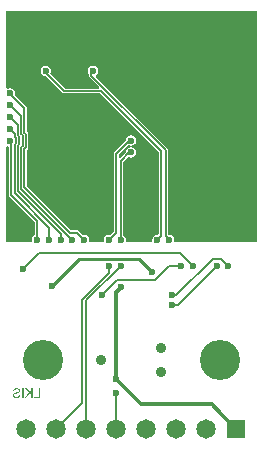
<source format=gbl>
G04*
G04 #@! TF.GenerationSoftware,Altium Limited,Altium Designer,21.6.4 (81)*
G04*
G04 Layer_Physical_Order=4*
G04 Layer_Color=16711680*
%FSLAX44Y44*%
%MOMM*%
G71*
G04*
G04 #@! TF.SameCoordinates,2E20B190-24BC-4988-8018-A0B7A5D4220C*
G04*
G04*
G04 #@! TF.FilePolarity,Positive*
G04*
G01*
G75*
%ADD11C,0.2540*%
%ADD42C,0.1520*%
%ADD43C,0.3500*%
%ADD44C,3.4000*%
%ADD45C,1.6500*%
%ADD46R,1.6500X1.6500*%
%ADD47C,0.9000*%
%ADD48C,0.6000*%
G36*
X215922Y200000D02*
X147210D01*
X146208Y201270D01*
X146354Y202000D01*
X146022Y203666D01*
X145078Y205079D01*
X143666Y206022D01*
X142000Y206354D01*
X141070Y207117D01*
Y278000D01*
X140912Y278792D01*
X140463Y279464D01*
X79952Y339975D01*
X80113Y341610D01*
X80578Y341922D01*
X81522Y343334D01*
X81854Y345000D01*
X81522Y346666D01*
X80578Y348078D01*
X79166Y349022D01*
X77500Y349354D01*
X75834Y349022D01*
X74422Y348078D01*
X73478Y346666D01*
X73146Y345000D01*
X73478Y343334D01*
X73930Y342657D01*
Y341000D01*
X74088Y340208D01*
X74536Y339537D01*
X82699Y331374D01*
X82173Y330104D01*
X54111D01*
X41265Y342949D01*
X41522Y343334D01*
X41854Y345000D01*
X41522Y346666D01*
X40578Y348078D01*
X39166Y349022D01*
X37500Y349354D01*
X35834Y349022D01*
X34422Y348078D01*
X33478Y346666D01*
X33146Y345000D01*
X33478Y343334D01*
X34422Y341922D01*
X35834Y340978D01*
X37500Y340646D01*
X37679Y340682D01*
X51790Y326570D01*
X52462Y326122D01*
X53254Y325964D01*
X83109D01*
X132930Y276143D01*
Y207117D01*
X132000Y206354D01*
X130334Y206022D01*
X128921Y205079D01*
X127978Y203666D01*
X127646Y202000D01*
X127792Y201270D01*
X126790Y200000D01*
X106210D01*
X105208Y201270D01*
X105354Y202000D01*
X105022Y203666D01*
X104079Y205079D01*
X103070Y205753D01*
Y268143D01*
X107277Y272350D01*
X107834Y271978D01*
X109500Y271646D01*
X111166Y271978D01*
X112578Y272922D01*
X113522Y274334D01*
X113854Y276000D01*
X113522Y277666D01*
X112578Y279078D01*
X111166Y280022D01*
X109500Y280354D01*
X107834Y280022D01*
X106421Y279078D01*
X105478Y277666D01*
X105165Y276092D01*
X100340Y271267D01*
X99070Y271793D01*
Y274143D01*
X107277Y282350D01*
X107834Y281978D01*
X109500Y281646D01*
X111166Y281978D01*
X112578Y282922D01*
X113522Y284334D01*
X113854Y286000D01*
X113522Y287666D01*
X112578Y289078D01*
X111166Y290022D01*
X109500Y290354D01*
X107834Y290022D01*
X106421Y289078D01*
X105478Y287666D01*
X105165Y286092D01*
X95536Y276464D01*
X95088Y275792D01*
X94930Y275000D01*
Y208857D01*
X92190Y206117D01*
X91000Y206354D01*
X89334Y206022D01*
X87921Y205079D01*
X86978Y203666D01*
X86646Y202000D01*
X86792Y201270D01*
X85790Y200000D01*
X75210D01*
X74208Y201270D01*
X74354Y202000D01*
X74022Y203666D01*
X73078Y205079D01*
X71666Y206022D01*
X70000Y206354D01*
X68810Y206117D01*
X65464Y209464D01*
X64792Y209912D01*
X64000Y210070D01*
X59156D01*
X21440Y247787D01*
Y278312D01*
X22114Y278986D01*
X22562Y279657D01*
X22720Y280450D01*
Y291550D01*
X22562Y292342D01*
X22114Y293014D01*
X21440Y293688D01*
Y313630D01*
X21282Y314422D01*
X20834Y315093D01*
X11326Y324602D01*
X11604Y326000D01*
X11272Y327666D01*
X10329Y329078D01*
X8916Y330022D01*
X7250Y330354D01*
X5584Y330022D01*
X5348Y329865D01*
X4078Y330544D01*
Y395922D01*
X215922D01*
Y200000D01*
D02*
G37*
G36*
X5930Y281006D02*
Y240000D01*
X6088Y239208D01*
X6536Y238536D01*
X27930Y217143D01*
Y205753D01*
X26922Y205079D01*
X25978Y203666D01*
X25646Y202000D01*
X25792Y201270D01*
X24790Y200000D01*
X4078D01*
X4078Y280636D01*
X5348Y281355D01*
X5930Y281006D01*
D02*
G37*
G36*
X26397Y68135D02*
X25323D01*
Y70951D01*
X23997Y72230D01*
X21105Y68135D01*
X19684D01*
X23246Y72958D01*
X19831Y76255D01*
X21292D01*
X25323Y72224D01*
Y76255D01*
X26397D01*
Y68135D01*
D02*
G37*
G36*
X32704D02*
X27635D01*
Y69091D01*
X31631D01*
Y76255D01*
X32704D01*
Y68135D01*
D02*
G37*
G36*
X18611D02*
X17537D01*
Y76255D01*
X18611D01*
Y68135D01*
D02*
G37*
G36*
X12996Y76390D02*
X13142Y76385D01*
X13283Y76373D01*
X13424Y76355D01*
X13553Y76332D01*
X13676Y76308D01*
X13788Y76285D01*
X13893Y76255D01*
X13993Y76232D01*
X14081Y76203D01*
X14152Y76179D01*
X14216Y76161D01*
X14269Y76138D01*
X14304Y76126D01*
X14328Y76121D01*
X14333Y76115D01*
X14457Y76062D01*
X14568Y76003D01*
X14674Y75939D01*
X14773Y75874D01*
X14867Y75804D01*
X14950Y75739D01*
X15026Y75669D01*
X15090Y75604D01*
X15149Y75546D01*
X15202Y75487D01*
X15249Y75440D01*
X15284Y75393D01*
X15313Y75358D01*
X15331Y75328D01*
X15343Y75311D01*
X15349Y75305D01*
X15407Y75205D01*
X15460Y75100D01*
X15507Y75000D01*
X15548Y74900D01*
X15583Y74800D01*
X15613Y74706D01*
X15630Y74618D01*
X15654Y74530D01*
X15665Y74448D01*
X15677Y74378D01*
X15683Y74313D01*
X15689Y74261D01*
X15695Y74214D01*
Y74184D01*
Y74161D01*
Y74155D01*
X15689Y74049D01*
X15683Y73949D01*
X15648Y73762D01*
X15607Y73592D01*
X15577Y73515D01*
X15554Y73439D01*
X15525Y73375D01*
X15501Y73316D01*
X15478Y73269D01*
X15454Y73228D01*
X15437Y73193D01*
X15425Y73169D01*
X15419Y73152D01*
X15413Y73146D01*
X15354Y73064D01*
X15296Y72981D01*
X15155Y72835D01*
X15014Y72706D01*
X14873Y72600D01*
X14803Y72553D01*
X14744Y72512D01*
X14685Y72471D01*
X14639Y72442D01*
X14598Y72418D01*
X14568Y72400D01*
X14551Y72395D01*
X14545Y72389D01*
X14451Y72342D01*
X14351Y72301D01*
X14234Y72254D01*
X14110Y72207D01*
X13852Y72119D01*
X13594Y72043D01*
X13477Y72007D01*
X13360Y71978D01*
X13254Y71949D01*
X13166Y71925D01*
X13090Y71908D01*
X13031Y71890D01*
X13013Y71884D01*
X12996D01*
X12990Y71878D01*
X12984D01*
X12785Y71831D01*
X12603Y71785D01*
X12432Y71743D01*
X12286Y71702D01*
X12151Y71667D01*
X12033Y71638D01*
X11934Y71608D01*
X11840Y71579D01*
X11764Y71556D01*
X11699Y71538D01*
X11652Y71520D01*
X11611Y71509D01*
X11576Y71497D01*
X11558Y71491D01*
X11546Y71485D01*
X11541D01*
X11447Y71444D01*
X11365Y71409D01*
X11282Y71368D01*
X11212Y71327D01*
X11142Y71286D01*
X11083Y71245D01*
X11030Y71204D01*
X10983Y71168D01*
X10942Y71133D01*
X10907Y71098D01*
X10848Y71045D01*
X10819Y71010D01*
X10807Y71004D01*
Y70998D01*
X10731Y70887D01*
X10672Y70775D01*
X10631Y70664D01*
X10608Y70564D01*
X10590Y70470D01*
X10584Y70435D01*
Y70400D01*
X10578Y70370D01*
Y70353D01*
Y70341D01*
Y70335D01*
X10590Y70200D01*
X10613Y70065D01*
X10655Y69948D01*
X10696Y69848D01*
X10737Y69760D01*
X10760Y69725D01*
X10778Y69696D01*
X10790Y69672D01*
X10801Y69655D01*
X10813Y69643D01*
Y69637D01*
X10907Y69525D01*
X11018Y69426D01*
X11136Y69338D01*
X11247Y69267D01*
X11353Y69215D01*
X11394Y69191D01*
X11435Y69173D01*
X11464Y69156D01*
X11488Y69144D01*
X11505Y69138D01*
X11511D01*
X11693Y69080D01*
X11875Y69033D01*
X12057Y69003D01*
X12227Y68980D01*
X12303Y68974D01*
X12374Y68968D01*
X12432Y68962D01*
X12485D01*
X12532Y68956D01*
X12591D01*
X12843Y68968D01*
X13078Y68992D01*
X13189Y69015D01*
X13289Y69033D01*
X13389Y69056D01*
X13477Y69080D01*
X13553Y69097D01*
X13629Y69121D01*
X13688Y69144D01*
X13741Y69162D01*
X13782Y69173D01*
X13817Y69185D01*
X13835Y69197D01*
X13841D01*
X13940Y69244D01*
X14034Y69291D01*
X14122Y69344D01*
X14198Y69396D01*
X14275Y69449D01*
X14339Y69502D01*
X14404Y69555D01*
X14457Y69602D01*
X14504Y69649D01*
X14545Y69690D01*
X14580Y69725D01*
X14603Y69760D01*
X14627Y69790D01*
X14644Y69807D01*
X14650Y69819D01*
X14656Y69825D01*
X14744Y69983D01*
X14815Y70148D01*
X14873Y70318D01*
X14914Y70476D01*
X14932Y70552D01*
X14950Y70617D01*
X14961Y70681D01*
X14967Y70734D01*
X14979Y70775D01*
Y70805D01*
X14985Y70828D01*
Y70834D01*
X16000Y70746D01*
X15994Y70593D01*
X15976Y70447D01*
X15953Y70306D01*
X15924Y70171D01*
X15888Y70048D01*
X15853Y69925D01*
X15812Y69813D01*
X15771Y69707D01*
X15736Y69613D01*
X15695Y69531D01*
X15660Y69461D01*
X15624Y69396D01*
X15601Y69349D01*
X15577Y69314D01*
X15566Y69291D01*
X15560Y69285D01*
X15478Y69168D01*
X15390Y69056D01*
X15296Y68956D01*
X15196Y68863D01*
X15102Y68774D01*
X15002Y68692D01*
X14908Y68622D01*
X14815Y68557D01*
X14733Y68505D01*
X14650Y68452D01*
X14580Y68411D01*
X14515Y68376D01*
X14463Y68352D01*
X14427Y68334D01*
X14398Y68323D01*
X14392Y68317D01*
X14251Y68264D01*
X14099Y68211D01*
X13946Y68170D01*
X13788Y68135D01*
X13477Y68076D01*
X13330Y68059D01*
X13189Y68041D01*
X13054Y68029D01*
X12931Y68018D01*
X12820Y68012D01*
X12726Y68006D01*
X12650Y68000D01*
X12544D01*
X12385Y68006D01*
X12227Y68012D01*
X12075Y68029D01*
X11934Y68047D01*
X11799Y68076D01*
X11670Y68100D01*
X11546Y68129D01*
X11435Y68158D01*
X11335Y68188D01*
X11247Y68217D01*
X11171Y68246D01*
X11106Y68270D01*
X11054Y68288D01*
X11013Y68305D01*
X10989Y68311D01*
X10983Y68317D01*
X10854Y68381D01*
X10737Y68446D01*
X10625Y68516D01*
X10525Y68587D01*
X10432Y68663D01*
X10344Y68739D01*
X10261Y68810D01*
X10191Y68880D01*
X10127Y68945D01*
X10074Y69003D01*
X10027Y69062D01*
X9992Y69109D01*
X9962Y69150D01*
X9939Y69179D01*
X9927Y69197D01*
X9921Y69203D01*
X9857Y69314D01*
X9798Y69420D01*
X9745Y69531D01*
X9704Y69637D01*
X9669Y69743D01*
X9640Y69842D01*
X9610Y69942D01*
X9593Y70030D01*
X9575Y70118D01*
X9563Y70194D01*
X9557Y70259D01*
X9552Y70318D01*
X9546Y70365D01*
Y70400D01*
Y70423D01*
Y70429D01*
X9552Y70552D01*
X9557Y70664D01*
X9575Y70775D01*
X9599Y70881D01*
X9622Y70986D01*
X9651Y71080D01*
X9686Y71168D01*
X9716Y71251D01*
X9745Y71321D01*
X9780Y71385D01*
X9810Y71444D01*
X9833Y71491D01*
X9857Y71526D01*
X9868Y71556D01*
X9880Y71573D01*
X9886Y71579D01*
X9956Y71673D01*
X10027Y71761D01*
X10191Y71925D01*
X10367Y72066D01*
X10455Y72131D01*
X10537Y72183D01*
X10619Y72236D01*
X10696Y72283D01*
X10760Y72318D01*
X10819Y72354D01*
X10866Y72377D01*
X10907Y72395D01*
X10930Y72406D01*
X10936Y72412D01*
X11036Y72453D01*
X11153Y72494D01*
X11282Y72541D01*
X11423Y72582D01*
X11570Y72629D01*
X11717Y72670D01*
X12016Y72747D01*
X12157Y72788D01*
X12292Y72817D01*
X12415Y72846D01*
X12520Y72876D01*
X12608Y72893D01*
X12644Y72905D01*
X12673Y72911D01*
X12696Y72917D01*
X12714D01*
X12726Y72923D01*
X12732D01*
X12966Y72981D01*
X13178Y73034D01*
X13365Y73087D01*
X13535Y73140D01*
X13682Y73193D01*
X13817Y73240D01*
X13929Y73286D01*
X14028Y73328D01*
X14110Y73369D01*
X14175Y73404D01*
X14234Y73433D01*
X14275Y73463D01*
X14310Y73480D01*
X14328Y73498D01*
X14339Y73504D01*
X14345Y73509D01*
X14398Y73562D01*
X14445Y73621D01*
X14492Y73680D01*
X14527Y73744D01*
X14580Y73861D01*
X14615Y73979D01*
X14639Y74079D01*
X14644Y74120D01*
X14650Y74161D01*
X14656Y74190D01*
Y74214D01*
Y74225D01*
Y74231D01*
X14650Y74325D01*
X14639Y74413D01*
X14615Y74501D01*
X14586Y74577D01*
X14515Y74724D01*
X14474Y74794D01*
X14433Y74853D01*
X14392Y74906D01*
X14357Y74953D01*
X14316Y74994D01*
X14287Y75029D01*
X14257Y75058D01*
X14234Y75076D01*
X14222Y75088D01*
X14216Y75094D01*
X14128Y75158D01*
X14028Y75211D01*
X13917Y75258D01*
X13805Y75299D01*
X13688Y75334D01*
X13571Y75364D01*
X13336Y75405D01*
X13230Y75422D01*
X13125Y75434D01*
X13037Y75440D01*
X12955Y75446D01*
X12890Y75452D01*
X12796D01*
X12626Y75446D01*
X12468Y75434D01*
X12321Y75416D01*
X12180Y75393D01*
X12057Y75358D01*
X11940Y75328D01*
X11834Y75293D01*
X11740Y75258D01*
X11658Y75217D01*
X11588Y75182D01*
X11529Y75152D01*
X11476Y75123D01*
X11435Y75094D01*
X11411Y75076D01*
X11394Y75064D01*
X11388Y75058D01*
X11306Y74982D01*
X11230Y74894D01*
X11159Y74806D01*
X11100Y74712D01*
X11048Y74613D01*
X11001Y74519D01*
X10960Y74425D01*
X10930Y74331D01*
X10901Y74243D01*
X10878Y74161D01*
X10860Y74085D01*
X10848Y74026D01*
X10836Y73973D01*
X10831Y73932D01*
X10825Y73909D01*
Y73897D01*
X9792Y73973D01*
X9804Y74102D01*
X9816Y74231D01*
X9839Y74354D01*
X9868Y74472D01*
X9898Y74583D01*
X9933Y74689D01*
X9968Y74789D01*
X10003Y74877D01*
X10044Y74959D01*
X10074Y75029D01*
X10109Y75094D01*
X10138Y75146D01*
X10162Y75188D01*
X10179Y75223D01*
X10191Y75240D01*
X10197Y75246D01*
X10267Y75352D01*
X10350Y75446D01*
X10432Y75540D01*
X10520Y75622D01*
X10608Y75698D01*
X10696Y75768D01*
X10778Y75833D01*
X10866Y75886D01*
X10942Y75939D01*
X11018Y75980D01*
X11083Y76021D01*
X11142Y76050D01*
X11188Y76073D01*
X11224Y76091D01*
X11247Y76097D01*
X11253Y76103D01*
X11382Y76156D01*
X11517Y76203D01*
X11652Y76238D01*
X11793Y76273D01*
X12057Y76326D01*
X12186Y76343D01*
X12303Y76361D01*
X12421Y76373D01*
X12520Y76379D01*
X12614Y76390D01*
X12691D01*
X12755Y76396D01*
X12843D01*
X12996Y76390D01*
D02*
G37*
D11*
X116000Y186000D02*
X127000Y175000D01*
X43000Y163000D02*
X66000Y186000D01*
X116000D01*
D42*
X97275Y42225D02*
Y72475D01*
Y42225D02*
X97300Y42200D01*
X97250Y72500D02*
X97275Y72475D01*
X53254Y328034D02*
X83966D01*
X36288Y345000D02*
X53254Y328034D01*
X83966D02*
X135000Y277000D01*
X16580Y245420D02*
Y280325D01*
X17860Y281605D01*
X19370Y292831D02*
Y313630D01*
X11000Y289363D02*
X12280Y288083D01*
X16580Y291675D02*
Y306420D01*
X19370Y279170D02*
X20650Y280450D01*
X13790Y243210D02*
Y281481D01*
X11000Y289363D02*
Y292000D01*
X13790Y290519D02*
X15070Y289239D01*
X17860Y281605D02*
Y290395D01*
X19370Y246929D02*
Y279170D01*
Y292831D02*
X20650Y291550D01*
X15070Y282761D02*
Y289239D01*
X13790Y281481D02*
X15070Y282761D01*
X13790Y290519D02*
Y299192D01*
X11000Y282637D02*
X12280Y283916D01*
Y288083D01*
X11000Y241299D02*
Y282637D01*
X16580Y291675D02*
X17860Y290395D01*
X20650Y280450D02*
Y291550D01*
X7250Y295750D02*
X11000Y292000D01*
X7250Y305732D02*
X13790Y299192D01*
X7125Y325875D02*
X19370Y313630D01*
X7000Y316000D02*
X16580Y306420D01*
X8000Y240000D02*
X30000Y218000D01*
X8000Y240000D02*
Y284379D01*
X85000Y155000D02*
X98000Y168000D01*
X148000Y155000D02*
X179000Y186000D01*
X144000Y155000D02*
X148000D01*
X179000Y186000D02*
X186000D01*
X192000Y180000D01*
X16580Y245420D02*
X60000Y202000D01*
X11000Y241299D02*
X40000Y212299D01*
X19370Y246929D02*
X58299Y208000D01*
X13790Y243210D02*
X50000Y207000D01*
X130000Y168000D02*
X142000Y180000D01*
X98000Y168000D02*
X130000D01*
X142000Y180000D02*
X152000D01*
X71900Y150900D02*
X101000Y180000D01*
X68000Y151299D02*
X91000Y174299D01*
Y180000D01*
X68000Y63700D02*
Y151299D01*
X71900Y42200D02*
Y150900D01*
X149000Y147000D02*
X182000Y180000D01*
X144000Y147000D02*
X149000D01*
X46500Y42200D02*
X68000Y63700D01*
X18000Y177000D02*
X32000Y191000D01*
X151000D01*
X162000Y180000D01*
X17800Y177000D02*
X18000D01*
X76000Y341000D02*
Y345000D01*
X139000Y205000D02*
Y278000D01*
X76000Y341000D02*
X139000Y278000D01*
Y205000D02*
X142000Y202000D01*
X132000D02*
X135000Y205000D01*
Y277000D01*
X101000Y269000D02*
X108000Y276000D01*
X101000Y202000D02*
Y269000D01*
X97000Y275000D02*
X108000Y286000D01*
X91000Y202000D02*
X97000Y208000D01*
Y275000D01*
X58299Y208000D02*
X64000D01*
X30000Y202000D02*
Y218000D01*
X40000Y202000D02*
Y212299D01*
X50000Y202000D02*
Y207000D01*
X64000Y208000D02*
X70000Y202000D01*
D43*
X97000Y84000D02*
Y157572D01*
X101000Y161572D01*
Y162000D01*
X118000Y63000D02*
X178100D01*
X186200Y54900D02*
Y54900D01*
X178100Y63000D02*
X186200Y54900D01*
Y54900D02*
X198900Y42200D01*
X97000Y84000D02*
X118000Y63000D01*
D44*
X185000Y100000D02*
D03*
X35000D02*
D03*
D45*
X71900Y42200D02*
D03*
X97300D02*
D03*
X122700D02*
D03*
X173500D02*
D03*
X148100D02*
D03*
X46500D02*
D03*
X21100D02*
D03*
D46*
X198900D02*
D03*
D47*
X84600Y100000D02*
D03*
X135400Y110160D02*
D03*
Y89840D02*
D03*
D48*
X97250Y72500D02*
D03*
X47250Y344750D02*
D03*
X67500D02*
D03*
X37750Y336250D02*
D03*
X62000Y337000D02*
D03*
X7250Y286000D02*
D03*
Y296000D02*
D03*
Y306250D02*
D03*
X7000Y316000D02*
D03*
X7250Y326000D02*
D03*
X67250Y366000D02*
D03*
X47250D02*
D03*
X71000Y317000D02*
D03*
X72000Y294000D02*
D03*
X39000D02*
D03*
X28750Y266750D02*
D03*
X85500D02*
D03*
X149000Y268000D02*
D03*
X22000Y215000D02*
D03*
Y204000D02*
D03*
X8000Y215000D02*
D03*
Y204000D02*
D03*
X80000Y205000D02*
D03*
X115000Y206000D02*
D03*
X123000D02*
D03*
X212000Y257000D02*
D03*
Y272000D02*
D03*
Y287000D02*
D03*
Y302000D02*
D03*
Y317000D02*
D03*
Y332000D02*
D03*
Y347000D02*
D03*
Y362000D02*
D03*
Y377000D02*
D03*
Y392000D02*
D03*
X203000D02*
D03*
Y377000D02*
D03*
Y362000D02*
D03*
Y347000D02*
D03*
Y332000D02*
D03*
Y317000D02*
D03*
Y302000D02*
D03*
Y287000D02*
D03*
Y272000D02*
D03*
X188000Y392000D02*
D03*
Y377000D02*
D03*
Y362000D02*
D03*
Y347000D02*
D03*
Y332000D02*
D03*
Y317000D02*
D03*
Y302000D02*
D03*
Y287000D02*
D03*
X173000Y392000D02*
D03*
Y377000D02*
D03*
Y362000D02*
D03*
Y347000D02*
D03*
Y332000D02*
D03*
Y317000D02*
D03*
Y302000D02*
D03*
X158000Y392000D02*
D03*
Y377000D02*
D03*
Y362000D02*
D03*
Y347000D02*
D03*
Y332000D02*
D03*
Y317000D02*
D03*
Y257000D02*
D03*
X143000Y392000D02*
D03*
Y377000D02*
D03*
Y362000D02*
D03*
Y347000D02*
D03*
Y332000D02*
D03*
X128000Y392000D02*
D03*
Y377000D02*
D03*
Y242000D02*
D03*
Y227000D02*
D03*
X113000Y392000D02*
D03*
Y377000D02*
D03*
Y257000D02*
D03*
Y242000D02*
D03*
Y227000D02*
D03*
X98000Y392000D02*
D03*
Y377000D02*
D03*
X83000Y392000D02*
D03*
Y377000D02*
D03*
Y242000D02*
D03*
Y227000D02*
D03*
X68000Y392000D02*
D03*
Y377000D02*
D03*
Y242000D02*
D03*
Y227000D02*
D03*
X53000Y392000D02*
D03*
Y377000D02*
D03*
Y242000D02*
D03*
Y227000D02*
D03*
X38000Y392000D02*
D03*
Y377000D02*
D03*
Y317000D02*
D03*
Y242000D02*
D03*
X23000Y392000D02*
D03*
Y377000D02*
D03*
X8000Y392000D02*
D03*
Y377000D02*
D03*
Y227000D02*
D03*
X85000Y155000D02*
D03*
X127000Y175000D02*
D03*
X144000Y147000D02*
D03*
Y155000D02*
D03*
X43000Y163000D02*
D03*
X101000Y180000D02*
D03*
X101000Y162000D02*
D03*
X91000Y180000D02*
D03*
X97000Y84000D02*
D03*
X152000Y180000D02*
D03*
X17800Y177000D02*
D03*
X162000Y180000D02*
D03*
X192000D02*
D03*
X182000D02*
D03*
X142000Y202000D02*
D03*
X132000D02*
D03*
X77500Y345000D02*
D03*
X109500Y276000D02*
D03*
Y286000D02*
D03*
X37500Y345000D02*
D03*
X91000Y202000D02*
D03*
X101000D02*
D03*
X30000D02*
D03*
X40000D02*
D03*
X50000D02*
D03*
X60000D02*
D03*
X70000D02*
D03*
M02*

</source>
